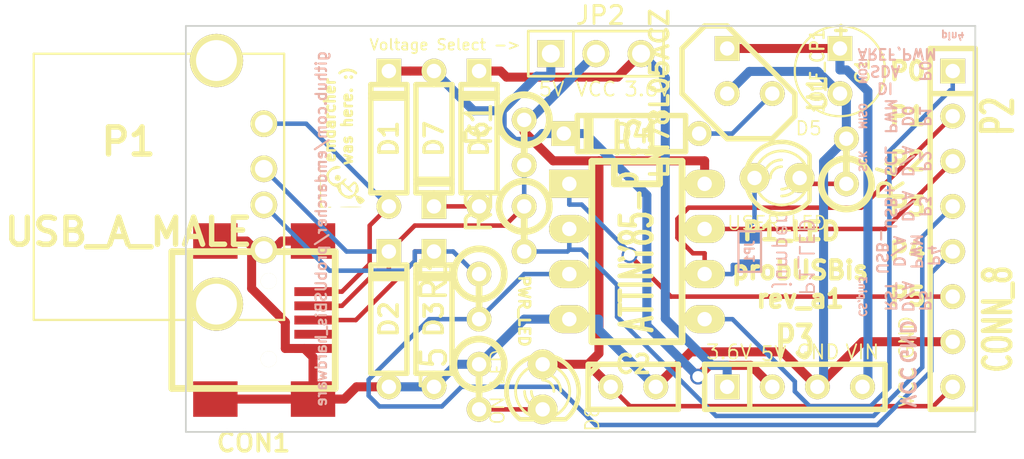
<source format=kicad_pcb>
(kicad_pcb (version 3) (host pcbnew "(2013-mar-13)-testing")

  (general
    (links 52)
    (no_connects 1)
    (area 93.306934 89.249956 152.40127 115.76478)
    (thickness 1.6)
    (drawings 40)
    (tracks 183)
    (zones 0)
    (modules 24)
    (nets 21)
  )

  (page A4)
  (layers
    (15 F.Cu signal)
    (0 B.Cu signal)
    (16 B.Adhes user)
    (17 F.Adhes user)
    (18 B.Paste user)
    (19 F.Paste user)
    (20 B.SilkS user)
    (21 F.SilkS user)
    (22 B.Mask user)
    (23 F.Mask user)
    (24 Dwgs.User user)
    (25 Cmts.User user)
    (26 Eco1.User user)
    (27 Eco2.User user)
    (28 Edge.Cuts user)
  )

  (setup
    (last_trace_width 0.254)
    (trace_clearance 0.254)
    (zone_clearance 0.508)
    (zone_45_only no)
    (trace_min 0.254)
    (segment_width 0.2)
    (edge_width 0.1)
    (via_size 0.889)
    (via_drill 0.635)
    (via_min_size 0.889)
    (via_min_drill 0.508)
    (uvia_size 0.508)
    (uvia_drill 0.127)
    (uvias_allowed no)
    (uvia_min_size 0.508)
    (uvia_min_drill 0.127)
    (pcb_text_width 0.3)
    (pcb_text_size 1.5 1.5)
    (mod_edge_width 0.15)
    (mod_text_size 1 1)
    (mod_text_width 0.15)
    (pad_size 1.5 1.5)
    (pad_drill 0.6)
    (pad_to_mask_clearance 0)
    (aux_axis_origin 0 0)
    (visible_elements FFFFFF7F)
    (pcbplotparams
      (layerselection 3178497)
      (usegerberextensions true)
      (excludeedgelayer true)
      (linewidth 0.150000)
      (plotframeref false)
      (viasonmask false)
      (mode 1)
      (useauxorigin false)
      (hpglpennumber 1)
      (hpglpenspeed 20)
      (hpglpendiameter 15)
      (hpglpenoverlay 2)
      (psnegative false)
      (psa4output false)
      (plotreference true)
      (plotvalue true)
      (plotothertext true)
      (plotinvisibletext false)
      (padsonsilk false)
      (subtractmaskfromsilk false)
      (outputformat 1)
      (mirror false)
      (drillshape 1)
      (scaleselection 1)
      (outputdirectory ""))
  )

  (net 0 "")
  (net 1 +3.3V)
  (net 2 +5V)
  (net 3 GND)
  (net 4 N-0000010)
  (net 5 N-0000011)
  (net 6 N-0000014)
  (net 7 N-0000015)
  (net 8 N-0000016)
  (net 9 N-0000017)
  (net 10 N-0000018)
  (net 11 N-0000019)
  (net 12 N-000002)
  (net 13 N-0000020)
  (net 14 N-000005)
  (net 15 N-000006)
  (net 16 N-000007)
  (net 17 N-000008)
  (net 18 N-000009)
  (net 19 VCC)
  (net 20 VIN)

  (net_class Default "This is the default net class."
    (clearance 0.254)
    (trace_width 0.254)
    (via_dia 0.889)
    (via_drill 0.635)
    (uvia_dia 0.508)
    (uvia_drill 0.127)
    (add_net "")
    (add_net +3.3V)
    (add_net +5V)
    (add_net GND)
    (add_net N-0000010)
    (add_net N-0000011)
    (add_net N-0000014)
    (add_net N-0000015)
    (add_net N-0000016)
    (add_net N-0000017)
    (add_net N-0000018)
    (add_net N-0000019)
    (add_net N-000002)
    (add_net N-0000020)
    (add_net N-000005)
    (add_net N-000006)
    (add_net N-000007)
    (add_net N-000008)
    (add_net N-000009)
    (add_net VCC)
    (add_net VIN)
  )

  (module C1V5 (layer F.Cu) (tedit 3E070CF4) (tstamp 5408E2DD)
    (at 142.24 93.98 270)
    (descr "Condensateur e = 1 pas")
    (tags C)
    (path /54067E1E)
    (fp_text reference C1 (at 0 -1.26746 270) (layer F.SilkS)
      (effects (font (size 0.762 0.762) (thickness 0.127)))
    )
    (fp_text value 10uF_CP1 (at 0 1.27 270) (layer F.SilkS)
      (effects (font (size 0.762 0.635) (thickness 0.127)))
    )
    (fp_text user + (at -2.286 0 270) (layer F.SilkS)
      (effects (font (size 0.762 0.762) (thickness 0.2032)))
    )
    (fp_circle (center 0 0) (end 0.127 -2.54) (layer F.SilkS) (width 0.127))
    (pad 1 thru_hole rect (at -1.27 0 270) (size 1.397 1.397) (drill 0.8128)
      (layers *.Cu *.Mask F.SilkS)
      (net 20 VIN)
    )
    (pad 2 thru_hole circle (at 1.27 0 270) (size 1.397 1.397) (drill 0.8128)
      (layers *.Cu *.Mask F.SilkS)
      (net 3 GND)
    )
    (model discret/c_vert_c1v5.wrl
      (at (xyz 0 0 0))
      (scale (xyz 1 1 1))
      (rotate (xyz 0 0 0))
    )
  )

  (module C1 (layer F.Cu) (tedit 5408E5D9) (tstamp 5408E2E8)
    (at 130.6 111.76)
    (descr "Condensateur e = 1 pas")
    (tags C)
    (path /54065627)
    (fp_text reference C2 (at 0 -1.27) (layer F.SilkS)
      (effects (font (size 1.016 1.016) (thickness 0.2032)))
    )
    (fp_text value 100nF_C (at 0 -2.286) (layer F.SilkS) hide
      (effects (font (size 1.016 1.016) (thickness 0.2032)))
    )
    (fp_line (start -2.4892 -1.27) (end 2.54 -1.27) (layer F.SilkS) (width 0.3048))
    (fp_line (start 2.54 -1.27) (end 2.54 1.27) (layer F.SilkS) (width 0.3048))
    (fp_line (start 2.54 1.27) (end -2.54 1.27) (layer F.SilkS) (width 0.3048))
    (fp_line (start -2.54 1.27) (end -2.54 -1.27) (layer F.SilkS) (width 0.3048))
    (fp_line (start -2.54 -0.635) (end -1.905 -1.27) (layer F.SilkS) (width 0.3048))
    (pad 1 thru_hole circle (at -1.27 0) (size 1.397 1.397) (drill 0.8128)
      (layers *.Cu *.Mask F.SilkS)
      (net 19 VCC)
    )
    (pad 2 thru_hole circle (at 1.27 0) (size 1.397 1.397) (drill 0.8128)
      (layers *.Cu *.Mask F.SilkS)
      (net 3 GND)
    )
    (model discret/capa_1_pas.wrl
      (at (xyz 0 0 0))
      (scale (xyz 1 1 1))
      (rotate (xyz 0 0 0))
    )
  )

  (module USB_MINI_B (layer F.Cu) (tedit 505F99F2) (tstamp 5408E2FC)
    (at 109.22 108)
    (descr "USB Mini-B 5-pin SMD connector")
    (tags "USB, Mini-B, connector")
    (path /540652B1)
    (fp_text reference CON1 (at 0 6.90118) (layer F.SilkS)
      (effects (font (size 1.016 1.016) (thickness 0.2032)))
    )
    (fp_text value USB-MINI-B (at 0 -7.0993) (layer F.SilkS) hide
      (effects (font (size 1.016 1.016) (thickness 0.2032)))
    )
    (fp_line (start -3.59918 -3.85064) (end -3.59918 3.85064) (layer F.SilkS) (width 0.381))
    (fp_line (start -4.59994 -3.85064) (end -4.59994 3.85064) (layer F.SilkS) (width 0.381))
    (fp_line (start -4.59994 3.85064) (end 4.59994 3.85064) (layer F.SilkS) (width 0.381))
    (fp_line (start 4.59994 3.85064) (end 4.59994 -3.85064) (layer F.SilkS) (width 0.381))
    (fp_line (start 4.59994 -3.85064) (end -4.59994 -3.85064) (layer F.SilkS) (width 0.381))
    (pad 1 smd rect (at 3.44932 -1.6002) (size 2.30124 0.50038)
      (layers F.Cu F.Paste F.Mask)
      (net 14 N-000005)
    )
    (pad 2 smd rect (at 3.44932 -0.8001) (size 2.30124 0.50038)
      (layers F.Cu F.Paste F.Mask)
      (net 11 N-0000019)
    )
    (pad 3 smd rect (at 3.44932 0) (size 2.30124 0.50038)
      (layers F.Cu F.Paste F.Mask)
      (net 9 N-0000017)
    )
    (pad 4 smd rect (at 3.44932 0.8001) (size 2.30124 0.50038)
      (layers F.Cu F.Paste F.Mask)
      (net 10 N-0000018)
    )
    (pad 5 smd rect (at 3.44932 1.6002) (size 2.30124 0.50038)
      (layers F.Cu F.Paste F.Mask)
      (net 3 GND)
    )
    (pad 6 smd rect (at 3.35026 -4.45008) (size 2.49936 1.99898)
      (layers F.Cu F.Paste F.Mask)
      (net 3 GND)
    )
    (pad 7 smd rect (at -2.14884 -4.45008) (size 2.49936 1.99898)
      (layers F.Cu F.Paste F.Mask)
      (net 3 GND)
    )
    (pad 8 smd rect (at 3.35026 4.45008) (size 2.49936 1.99898)
      (layers F.Cu F.Paste F.Mask)
      (net 3 GND)
    )
    (pad 9 smd rect (at -2.14884 4.45008) (size 2.49936 1.99898)
      (layers F.Cu F.Paste F.Mask)
      (net 3 GND)
    )
    (pad "" np_thru_hole circle (at 0.8509 -2.19964) (size 0.89916 0.89916) (drill 0.89916)
      (layers *.Cu *.Mask F.SilkS)
    )
    (pad 2 np_thru_hole circle (at 0.8509 2.19964) (size 0.89916 0.89916) (drill 0.89916)
      (layers *.Cu *.Mask F.SilkS)
      (net 11 N-0000019)
    )
  )

  (module D3 (layer F.Cu) (tedit 200000) (tstamp 5408E30C)
    (at 116.84 97.79 90)
    (descr "Diode 3 pas")
    (tags "DIODE DEV")
    (path /54066975)
    (fp_text reference D1 (at 0 0 90) (layer F.SilkS)
      (effects (font (size 1.016 1.016) (thickness 0.2032)))
    )
    (fp_text value Protect_DIODE (at 0 0 90) (layer F.SilkS) hide
      (effects (font (size 1.016 1.016) (thickness 0.2032)))
    )
    (fp_line (start 3.81 0) (end 3.048 0) (layer F.SilkS) (width 0.3048))
    (fp_line (start 3.048 0) (end 3.048 -1.016) (layer F.SilkS) (width 0.3048))
    (fp_line (start 3.048 -1.016) (end -3.048 -1.016) (layer F.SilkS) (width 0.3048))
    (fp_line (start -3.048 -1.016) (end -3.048 0) (layer F.SilkS) (width 0.3048))
    (fp_line (start -3.048 0) (end -3.81 0) (layer F.SilkS) (width 0.3048))
    (fp_line (start -3.048 0) (end -3.048 1.016) (layer F.SilkS) (width 0.3048))
    (fp_line (start -3.048 1.016) (end 3.048 1.016) (layer F.SilkS) (width 0.3048))
    (fp_line (start 3.048 1.016) (end 3.048 0) (layer F.SilkS) (width 0.3048))
    (fp_line (start 2.54 -1.016) (end 2.54 1.016) (layer F.SilkS) (width 0.3048))
    (fp_line (start 2.286 1.016) (end 2.286 -1.016) (layer F.SilkS) (width 0.3048))
    (pad 2 thru_hole rect (at 3.81 0 90) (size 1.397 1.397) (drill 0.8128)
      (layers *.Cu *.Mask F.SilkS)
      (net 2 +5V)
    )
    (pad 1 thru_hole circle (at -3.81 0 90) (size 1.397 1.397) (drill 0.8128)
      (layers *.Cu *.Mask F.SilkS)
      (net 14 N-000005)
    )
    (model discret/diode.wrl
      (at (xyz 0 0 0))
      (scale (xyz 0.3 0.3 0.3))
      (rotate (xyz 0 0 0))
    )
  )

  (module D3 (layer F.Cu) (tedit 200000) (tstamp 5408E31C)
    (at 116.84 107.95 90)
    (descr "Diode 3 pas")
    (tags "DIODE DEV")
    (path /54065093)
    (fp_text reference D2 (at 0 0 90) (layer F.SilkS)
      (effects (font (size 1.016 1.016) (thickness 0.2032)))
    )
    (fp_text value 3.6V_ZENER (at 0 0 90) (layer F.SilkS) hide
      (effects (font (size 1.016 1.016) (thickness 0.2032)))
    )
    (fp_line (start 3.81 0) (end 3.048 0) (layer F.SilkS) (width 0.3048))
    (fp_line (start 3.048 0) (end 3.048 -1.016) (layer F.SilkS) (width 0.3048))
    (fp_line (start 3.048 -1.016) (end -3.048 -1.016) (layer F.SilkS) (width 0.3048))
    (fp_line (start -3.048 -1.016) (end -3.048 0) (layer F.SilkS) (width 0.3048))
    (fp_line (start -3.048 0) (end -3.81 0) (layer F.SilkS) (width 0.3048))
    (fp_line (start -3.048 0) (end -3.048 1.016) (layer F.SilkS) (width 0.3048))
    (fp_line (start -3.048 1.016) (end 3.048 1.016) (layer F.SilkS) (width 0.3048))
    (fp_line (start 3.048 1.016) (end 3.048 0) (layer F.SilkS) (width 0.3048))
    (fp_line (start 2.54 -1.016) (end 2.54 1.016) (layer F.SilkS) (width 0.3048))
    (fp_line (start 2.286 1.016) (end 2.286 -1.016) (layer F.SilkS) (width 0.3048))
    (pad 2 thru_hole rect (at 3.81 0 90) (size 1.397 1.397) (drill 0.8128)
      (layers *.Cu *.Mask F.SilkS)
      (net 11 N-0000019)
    )
    (pad 1 thru_hole circle (at -3.81 0 90) (size 1.397 1.397) (drill 0.8128)
      (layers *.Cu *.Mask F.SilkS)
      (net 3 GND)
    )
    (model discret/diode.wrl
      (at (xyz 0 0 0))
      (scale (xyz 0.3 0.3 0.3))
      (rotate (xyz 0 0 0))
    )
  )

  (module D3 (layer F.Cu) (tedit 200000) (tstamp 5408E32C)
    (at 119.38 107.95 90)
    (descr "Diode 3 pas")
    (tags "DIODE DEV")
    (path /540650A2)
    (fp_text reference D3 (at 0 0 90) (layer F.SilkS)
      (effects (font (size 1.016 1.016) (thickness 0.2032)))
    )
    (fp_text value 3.6V_ZENER (at 0 0 90) (layer F.SilkS) hide
      (effects (font (size 1.016 1.016) (thickness 0.2032)))
    )
    (fp_line (start 3.81 0) (end 3.048 0) (layer F.SilkS) (width 0.3048))
    (fp_line (start 3.048 0) (end 3.048 -1.016) (layer F.SilkS) (width 0.3048))
    (fp_line (start 3.048 -1.016) (end -3.048 -1.016) (layer F.SilkS) (width 0.3048))
    (fp_line (start -3.048 -1.016) (end -3.048 0) (layer F.SilkS) (width 0.3048))
    (fp_line (start -3.048 0) (end -3.81 0) (layer F.SilkS) (width 0.3048))
    (fp_line (start -3.048 0) (end -3.048 1.016) (layer F.SilkS) (width 0.3048))
    (fp_line (start -3.048 1.016) (end 3.048 1.016) (layer F.SilkS) (width 0.3048))
    (fp_line (start 3.048 1.016) (end 3.048 0) (layer F.SilkS) (width 0.3048))
    (fp_line (start 2.54 -1.016) (end 2.54 1.016) (layer F.SilkS) (width 0.3048))
    (fp_line (start 2.286 1.016) (end 2.286 -1.016) (layer F.SilkS) (width 0.3048))
    (pad 2 thru_hole rect (at 3.81 0 90) (size 1.397 1.397) (drill 0.8128)
      (layers *.Cu *.Mask F.SilkS)
      (net 9 N-0000017)
    )
    (pad 1 thru_hole circle (at -3.81 0 90) (size 1.397 1.397) (drill 0.8128)
      (layers *.Cu *.Mask F.SilkS)
      (net 3 GND)
    )
    (model discret/diode.wrl
      (at (xyz 0 0 0))
      (scale (xyz 0.3 0.3 0.3))
      (rotate (xyz 0 0 0))
    )
  )

  (module D3 (layer F.Cu) (tedit 54094010) (tstamp 5408E33C)
    (at 130.5 97.5 180)
    (descr "Diode 3 pas")
    (tags "DIODE DEV")
    (path /5406479C)
    (fp_text reference D4 (at 0 0 180) (layer F.SilkS)
      (effects (font (size 1.016 1.016) (thickness 0.2032)))
    )
    (fp_text value DIODE (at 0 0 180) (layer F.SilkS) hide
      (effects (font (size 1.016 1.016) (thickness 0.2032)))
    )
    (fp_line (start 3.81 0) (end 3.048 0) (layer F.SilkS) (width 0.3048))
    (fp_line (start 3.048 0) (end 3.048 -1.016) (layer F.SilkS) (width 0.3048))
    (fp_line (start 3.048 -1.016) (end -3.048 -1.016) (layer F.SilkS) (width 0.3048))
    (fp_line (start -3.048 -1.016) (end -3.048 0) (layer F.SilkS) (width 0.3048))
    (fp_line (start -3.048 0) (end -3.81 0) (layer F.SilkS) (width 0.3048))
    (fp_line (start -3.048 0) (end -3.048 1.016) (layer F.SilkS) (width 0.3048))
    (fp_line (start -3.048 1.016) (end 3.048 1.016) (layer F.SilkS) (width 0.3048))
    (fp_line (start 3.048 1.016) (end 3.048 0) (layer F.SilkS) (width 0.3048))
    (fp_line (start 2.54 -1.016) (end 2.54 1.016) (layer F.SilkS) (width 0.3048))
    (fp_line (start 2.286 1.016) (end 2.286 -1.016) (layer F.SilkS) (width 0.3048))
    (pad 2 thru_hole rect (at 3.81 0 180) (size 1.397 1.397) (drill 0.8128)
      (layers *.Cu *.Mask F.SilkS)
      (net 2 +5V)
    )
    (pad 1 thru_hole circle (at -3.81 0 180) (size 1.397 1.397) (drill 0.8128)
      (layers *.Cu *.Mask F.SilkS)
      (net 8 N-0000016)
    )
    (model discret/diode.wrl
      (at (xyz 0 0 0))
      (scale (xyz 0.3 0.3 0.3))
      (rotate (xyz 0 0 0))
    )
  )

  (module LED-3MM (layer F.Cu) (tedit 50ADE848) (tstamp 5408E355)
    (at 138.7 100)
    (descr "LED 3mm - Lead pitch 100mil (2,54mm)")
    (tags "LED led 3mm 3MM 100mil 2,54mm")
    (path /54067702)
    (fp_text reference D5 (at 1.778 -2.794) (layer F.SilkS)
      (effects (font (size 0.762 0.762) (thickness 0.0889)))
    )
    (fp_text value USER_LED (at 0 2.54) (layer F.SilkS)
      (effects (font (size 0.762 0.762) (thickness 0.0889)))
    )
    (fp_line (start 1.8288 1.27) (end 1.8288 -1.27) (layer F.SilkS) (width 0.254))
    (fp_arc (start 0.254 0) (end -1.27 0) (angle 39.8) (layer F.SilkS) (width 0.1524))
    (fp_arc (start 0.254 0) (end -0.88392 1.01092) (angle 41.6) (layer F.SilkS) (width 0.1524))
    (fp_arc (start 0.254 0) (end 1.4097 -0.9906) (angle 40.6) (layer F.SilkS) (width 0.1524))
    (fp_arc (start 0.254 0) (end 1.778 0) (angle 39.8) (layer F.SilkS) (width 0.1524))
    (fp_arc (start 0.254 0) (end 0.254 -1.524) (angle 54.4) (layer F.SilkS) (width 0.1524))
    (fp_arc (start 0.254 0) (end -0.9652 -0.9144) (angle 53.1) (layer F.SilkS) (width 0.1524))
    (fp_arc (start 0.254 0) (end 1.45542 0.93472) (angle 52.1) (layer F.SilkS) (width 0.1524))
    (fp_arc (start 0.254 0) (end 0.254 1.524) (angle 52.1) (layer F.SilkS) (width 0.1524))
    (fp_arc (start 0.254 0) (end -0.381 0) (angle 90) (layer F.SilkS) (width 0.1524))
    (fp_arc (start 0.254 0) (end -0.762 0) (angle 90) (layer F.SilkS) (width 0.1524))
    (fp_arc (start 0.254 0) (end 0.889 0) (angle 90) (layer F.SilkS) (width 0.1524))
    (fp_arc (start 0.254 0) (end 1.27 0) (angle 90) (layer F.SilkS) (width 0.1524))
    (fp_arc (start 0.254 0) (end 0.254 -2.032) (angle 50.1) (layer F.SilkS) (width 0.254))
    (fp_arc (start 0.254 0) (end -1.5367 -0.95504) (angle 61.9) (layer F.SilkS) (width 0.254))
    (fp_arc (start 0.254 0) (end 1.8034 1.31064) (angle 49.7) (layer F.SilkS) (width 0.254))
    (fp_arc (start 0.254 0) (end 0.254 2.032) (angle 60.2) (layer F.SilkS) (width 0.254))
    (fp_arc (start 0.254 0) (end -1.778 0) (angle 28.3) (layer F.SilkS) (width 0.254))
    (fp_arc (start 0.254 0) (end -1.47574 1.06426) (angle 31.6) (layer F.SilkS) (width 0.254))
    (pad 1 thru_hole circle (at -1.27 0) (size 1.6764 1.6764) (drill 0.8128)
      (layers *.Cu *.Mask F.SilkS)
      (net 4 N-0000010)
    )
    (pad 2 thru_hole circle (at 1.27 0) (size 1.6764 1.6764) (drill 0.8128)
      (layers *.Cu *.Mask F.SilkS)
      (net 5 N-0000011)
    )
    (model discret/leds/led3_vertical_verde.wrl
      (at (xyz 0 0 0))
      (scale (xyz 1 1 1))
      (rotate (xyz 0 0 0))
    )
  )

  (module D3 (layer F.Cu) (tedit 200000) (tstamp 5408E365)
    (at 121.92 97.79 90)
    (descr "Diode 3 pas")
    (tags "DIODE DEV")
    (path /54065142)
    (fp_text reference D6 (at 0 0 90) (layer F.SilkS)
      (effects (font (size 1.016 1.016) (thickness 0.2032)))
    )
    (fp_text value Si_DIODE (at 0 0 90) (layer F.SilkS) hide
      (effects (font (size 1.016 1.016) (thickness 0.2032)))
    )
    (fp_line (start 3.81 0) (end 3.048 0) (layer F.SilkS) (width 0.3048))
    (fp_line (start 3.048 0) (end 3.048 -1.016) (layer F.SilkS) (width 0.3048))
    (fp_line (start 3.048 -1.016) (end -3.048 -1.016) (layer F.SilkS) (width 0.3048))
    (fp_line (start -3.048 -1.016) (end -3.048 0) (layer F.SilkS) (width 0.3048))
    (fp_line (start -3.048 0) (end -3.81 0) (layer F.SilkS) (width 0.3048))
    (fp_line (start -3.048 0) (end -3.048 1.016) (layer F.SilkS) (width 0.3048))
    (fp_line (start -3.048 1.016) (end 3.048 1.016) (layer F.SilkS) (width 0.3048))
    (fp_line (start 3.048 1.016) (end 3.048 0) (layer F.SilkS) (width 0.3048))
    (fp_line (start 2.54 -1.016) (end 2.54 1.016) (layer F.SilkS) (width 0.3048))
    (fp_line (start 2.286 1.016) (end 2.286 -1.016) (layer F.SilkS) (width 0.3048))
    (pad 2 thru_hole rect (at 3.81 0 90) (size 1.397 1.397) (drill 0.8128)
      (layers *.Cu *.Mask F.SilkS)
      (net 1 +3.3V)
    )
    (pad 1 thru_hole circle (at -3.81 0 90) (size 1.397 1.397) (drill 0.8128)
      (layers *.Cu *.Mask F.SilkS)
      (net 6 N-0000014)
    )
    (model discret/diode.wrl
      (at (xyz 0 0 0))
      (scale (xyz 0.3 0.3 0.3))
      (rotate (xyz 0 0 0))
    )
  )

  (module D3 (layer F.Cu) (tedit 200000) (tstamp 5408E375)
    (at 119.38 97.79 270)
    (descr "Diode 3 pas")
    (tags "DIODE DEV")
    (path /54065151)
    (fp_text reference D7 (at 0 0 270) (layer F.SilkS)
      (effects (font (size 1.016 1.016) (thickness 0.2032)))
    )
    (fp_text value Si_DIODE (at 0 0 270) (layer F.SilkS) hide
      (effects (font (size 1.016 1.016) (thickness 0.2032)))
    )
    (fp_line (start 3.81 0) (end 3.048 0) (layer F.SilkS) (width 0.3048))
    (fp_line (start 3.048 0) (end 3.048 -1.016) (layer F.SilkS) (width 0.3048))
    (fp_line (start 3.048 -1.016) (end -3.048 -1.016) (layer F.SilkS) (width 0.3048))
    (fp_line (start -3.048 -1.016) (end -3.048 0) (layer F.SilkS) (width 0.3048))
    (fp_line (start -3.048 0) (end -3.81 0) (layer F.SilkS) (width 0.3048))
    (fp_line (start -3.048 0) (end -3.048 1.016) (layer F.SilkS) (width 0.3048))
    (fp_line (start -3.048 1.016) (end 3.048 1.016) (layer F.SilkS) (width 0.3048))
    (fp_line (start 3.048 1.016) (end 3.048 0) (layer F.SilkS) (width 0.3048))
    (fp_line (start 2.54 -1.016) (end 2.54 1.016) (layer F.SilkS) (width 0.3048))
    (fp_line (start 2.286 1.016) (end 2.286 -1.016) (layer F.SilkS) (width 0.3048))
    (pad 2 thru_hole rect (at 3.81 0 270) (size 1.397 1.397) (drill 0.8128)
      (layers *.Cu *.Mask F.SilkS)
      (net 6 N-0000014)
    )
    (pad 1 thru_hole circle (at -3.81 0 270) (size 1.397 1.397) (drill 0.8128)
      (layers *.Cu *.Mask F.SilkS)
      (net 2 +5V)
    )
    (model discret/diode.wrl
      (at (xyz 0 0 0))
      (scale (xyz 0.3 0.3 0.3))
      (rotate (xyz 0 0 0))
    )
  )

  (module LED-3MM (layer F.Cu) (tedit 50ADE848) (tstamp 5408E38E)
    (at 125.5 111.76 270)
    (descr "LED 3mm - Lead pitch 100mil (2,54mm)")
    (tags "LED led 3mm 3MM 100mil 2,54mm")
    (path /54067C92)
    (fp_text reference D8 (at 1.778 -2.794 270) (layer F.SilkS)
      (effects (font (size 0.762 0.762) (thickness 0.0889)))
    )
    (fp_text value ON_LED (at 0 2.54 270) (layer F.SilkS)
      (effects (font (size 0.762 0.762) (thickness 0.0889)))
    )
    (fp_line (start 1.8288 1.27) (end 1.8288 -1.27) (layer F.SilkS) (width 0.254))
    (fp_arc (start 0.254 0) (end -1.27 0) (angle 39.8) (layer F.SilkS) (width 0.1524))
    (fp_arc (start 0.254 0) (end -0.88392 1.01092) (angle 41.6) (layer F.SilkS) (width 0.1524))
    (fp_arc (start 0.254 0) (end 1.4097 -0.9906) (angle 40.6) (layer F.SilkS) (width 0.1524))
    (fp_arc (start 0.254 0) (end 1.778 0) (angle 39.8) (layer F.SilkS) (width 0.1524))
    (fp_arc (start 0.254 0) (end 0.254 -1.524) (angle 54.4) (layer F.SilkS) (width 0.1524))
    (fp_arc (start 0.254 0) (end -0.9652 -0.9144) (angle 53.1) (layer F.SilkS) (width 0.1524))
    (fp_arc (start 0.254 0) (end 1.45542 0.93472) (angle 52.1) (layer F.SilkS) (width 0.1524))
    (fp_arc (start 0.254 0) (end 0.254 1.524) (angle 52.1) (layer F.SilkS) (width 0.1524))
    (fp_arc (start 0.254 0) (end -0.381 0) (angle 90) (layer F.SilkS) (width 0.1524))
    (fp_arc (start 0.254 0) (end -0.762 0) (angle 90) (layer F.SilkS) (width 0.1524))
    (fp_arc (start 0.254 0) (end 0.889 0) (angle 90) (layer F.SilkS) (width 0.1524))
    (fp_arc (start 0.254 0) (end 1.27 0) (angle 90) (layer F.SilkS) (width 0.1524))
    (fp_arc (start 0.254 0) (end 0.254 -2.032) (angle 50.1) (layer F.SilkS) (width 0.254))
    (fp_arc (start 0.254 0) (end -1.5367 -0.95504) (angle 61.9) (layer F.SilkS) (width 0.254))
    (fp_arc (start 0.254 0) (end 1.8034 1.31064) (angle 49.7) (layer F.SilkS) (width 0.254))
    (fp_arc (start 0.254 0) (end 0.254 2.032) (angle 60.2) (layer F.SilkS) (width 0.254))
    (fp_arc (start 0.254 0) (end -1.778 0) (angle 28.3) (layer F.SilkS) (width 0.254))
    (fp_arc (start 0.254 0) (end -1.47574 1.06426) (angle 31.6) (layer F.SilkS) (width 0.254))
    (pad 1 thru_hole circle (at -1.27 0 270) (size 1.6764 1.6764) (drill 0.8128)
      (layers *.Cu *.Mask F.SilkS)
      (net 19 VCC)
    )
    (pad 2 thru_hole circle (at 1.27 0 270) (size 1.6764 1.6764) (drill 0.8128)
      (layers *.Cu *.Mask F.SilkS)
      (net 18 N-000009)
    )
    (model discret/leds/led3_vertical_verde.wrl
      (at (xyz 0 0 0))
      (scale (xyz 1 1 1))
      (rotate (xyz 0 0 0))
    )
  )

  (module DIP-8__300_ELL (layer F.Cu) (tedit 5408E3A2) (tstamp 5408E3A1)
    (at 130.81 104.14 270)
    (descr "8 pins DIL package, elliptical pads")
    (tags DIL)
    (path /5406436D)
    (fp_text reference IC1 (at -6.35 0 360) (layer F.SilkS)
      (effects (font (size 1.778 1.143) (thickness 0.3048)))
    )
    (fp_text value ATTINY85-P (at 0 0 270) (layer F.SilkS)
      (effects (font (size 1.778 1.016) (thickness 0.3048)))
    )
    (fp_line (start -5.08 -1.27) (end -3.81 -1.27) (layer F.SilkS) (width 0.381))
    (fp_line (start -3.81 -1.27) (end -3.81 1.27) (layer F.SilkS) (width 0.381))
    (fp_line (start -3.81 1.27) (end -5.08 1.27) (layer F.SilkS) (width 0.381))
    (fp_line (start -5.08 -2.54) (end 5.08 -2.54) (layer F.SilkS) (width 0.381))
    (fp_line (start 5.08 -2.54) (end 5.08 2.54) (layer F.SilkS) (width 0.381))
    (fp_line (start 5.08 2.54) (end -5.08 2.54) (layer F.SilkS) (width 0.381))
    (fp_line (start -5.08 2.54) (end -5.08 -2.54) (layer F.SilkS) (width 0.381))
    (pad 1 thru_hole rect (at -3.81 3.81 270) (size 1.5748 2.286) (drill 0.8128)
      (layers *.Cu *.Mask F.SilkS)
      (net 12 N-000002)
    )
    (pad 2 thru_hole oval (at -1.27 3.81 270) (size 1.5748 2.286) (drill 0.8128)
      (layers *.Cu *.Mask F.SilkS)
      (net 13 N-0000020)
    )
    (pad 3 thru_hole oval (at 1.27 3.81 270) (size 1.5748 2.286) (drill 0.8128)
      (layers *.Cu *.Mask F.SilkS)
      (net 7 N-0000015)
    )
    (pad 4 thru_hole oval (at 3.81 3.81 270) (size 1.5748 2.286) (drill 0.8128)
      (layers *.Cu *.Mask F.SilkS)
      (net 3 GND)
    )
    (pad 5 thru_hole oval (at 3.81 -3.81 270) (size 1.5748 2.286) (drill 0.8128)
      (layers *.Cu *.Mask F.SilkS)
      (net 15 N-000006)
    )
    (pad 6 thru_hole oval (at 1.27 -3.81 270) (size 1.5748 2.286) (drill 0.8128)
      (layers *.Cu *.Mask F.SilkS)
      (net 16 N-000007)
    )
    (pad 7 thru_hole oval (at -1.27 -3.81 270) (size 1.5748 2.286) (drill 0.8128)
      (layers *.Cu *.Mask F.SilkS)
      (net 17 N-000008)
    )
    (pad 8 thru_hole oval (at -3.81 -3.81 270) (size 1.5748 2.286) (drill 0.8128)
      (layers *.Cu *.Mask F.SilkS)
      (net 19 VCC)
    )
    (model dil/dil_8.wrl
      (at (xyz 0 0 0))
      (scale (xyz 1 1 1))
      (rotate (xyz 0 0 0))
    )
  )

  (module PIN_ARRAY_3X1 (layer F.Cu) (tedit 4C1130E0) (tstamp 5408E3B7)
    (at 128.5 93)
    (descr "Connecteur 3 pins")
    (tags "CONN DEV")
    (path /54064EE5)
    (fp_text reference JP2 (at 0.254 -2.159) (layer F.SilkS)
      (effects (font (size 1.016 1.016) (thickness 0.1524)))
    )
    (fp_text value JUMPER3 (at 0 -2.159) (layer F.SilkS) hide
      (effects (font (size 1.016 1.016) (thickness 0.1524)))
    )
    (fp_line (start -3.81 1.27) (end -3.81 -1.27) (layer F.SilkS) (width 0.1524))
    (fp_line (start -3.81 -1.27) (end 3.81 -1.27) (layer F.SilkS) (width 0.1524))
    (fp_line (start 3.81 -1.27) (end 3.81 1.27) (layer F.SilkS) (width 0.1524))
    (fp_line (start 3.81 1.27) (end -3.81 1.27) (layer F.SilkS) (width 0.1524))
    (fp_line (start -1.27 -1.27) (end -1.27 1.27) (layer F.SilkS) (width 0.1524))
    (pad 1 thru_hole rect (at -2.54 0) (size 1.524 1.524) (drill 1.016)
      (layers *.Cu *.Mask F.SilkS)
      (net 2 +5V)
    )
    (pad 2 thru_hole circle (at 0 0) (size 1.524 1.524) (drill 1.016)
      (layers *.Cu *.Mask F.SilkS)
      (net 19 VCC)
    )
    (pad 3 thru_hole circle (at 2.54 0) (size 1.524 1.524) (drill 1.016)
      (layers *.Cu *.Mask F.SilkS)
      (net 1 +3.3V)
    )
    (model pin_array/pins_array_3x1.wrl
      (at (xyz 0 0 0))
      (scale (xyz 1 1 1))
      (rotate (xyz 0 0 0))
    )
  )

  (module USB_A (layer F.Cu) (tedit 48A934F2) (tstamp 5408E3C5)
    (at 109.8 100.5 180)
    (path /5406575D)
    (fp_text reference P1 (at 7.62 2.54 180) (layer F.SilkS)
      (effects (font (thickness 0.3048)))
    )
    (fp_text value USB_A_MALE (at 7.62 -2.54 180) (layer F.SilkS)
      (effects (font (thickness 0.3048)))
    )
    (fp_line (start -1.143 -7.493) (end 12.954 -7.493) (layer F.SilkS) (width 0.127))
    (fp_line (start 12.954 7.493) (end -1.143 7.493) (layer F.SilkS) (width 0.127))
    (fp_line (start -1.143 -7.493) (end -1.143 7.493) (layer F.SilkS) (width 0.127))
    (fp_line (start 12.954 -7.493) (end 12.954 7.493) (layer F.SilkS) (width 0.127))
    (pad 4 thru_hole circle (at 0 -3.556 180) (size 1.50114 1.50114) (drill 1.00076)
      (layers *.Cu *.Mask F.SilkS)
      (net 3 GND)
    )
    (pad 3 thru_hole circle (at 0 -1.016 180) (size 1.50114 1.50114) (drill 1.00076)
      (layers *.Cu *.Mask F.SilkS)
      (net 9 N-0000017)
    )
    (pad 2 thru_hole circle (at 0 1.016 180) (size 1.50114 1.50114) (drill 1.00076)
      (layers *.Cu *.Mask F.SilkS)
      (net 11 N-0000019)
    )
    (pad 1 thru_hole circle (at 0 3.556 180) (size 1.50114 1.50114) (drill 1.00076)
      (layers *.Cu *.Mask F.SilkS)
      (net 14 N-000005)
    )
    (pad 5 thru_hole circle (at 2.667 -6.604 180) (size 2.99974 2.99974) (drill 2.30124)
      (layers *.Cu *.Mask F.SilkS)
    )
    (pad 6 thru_hole circle (at 2.667 7.112 180) (size 2.99974 2.99974) (drill 2.30124)
      (layers *.Cu *.Mask F.SilkS)
    )
    (model connectors/usb_a_through_hole.wrl
      (at (xyz 0 0 0))
      (scale (xyz 1 1 1))
      (rotate (xyz 0 0 0))
    )
  )

  (module SIL-8 (layer F.Cu) (tedit 200000) (tstamp 5408E3D6)
    (at 148.59 102.87 270)
    (descr "Connecteur 8 pins")
    (tags "CONN DEV")
    (path /54067469)
    (fp_text reference P2 (at -6.35 -2.54 270) (layer F.SilkS)
      (effects (font (size 1.72974 1.08712) (thickness 0.3048)))
    )
    (fp_text value CONN_8 (at 5.08 -2.54 270) (layer F.SilkS)
      (effects (font (size 1.524 1.016) (thickness 0.3048)))
    )
    (fp_line (start -10.16 -1.27) (end 10.16 -1.27) (layer F.SilkS) (width 0.3048))
    (fp_line (start 10.16 -1.27) (end 10.16 1.27) (layer F.SilkS) (width 0.3048))
    (fp_line (start 10.16 1.27) (end -10.16 1.27) (layer F.SilkS) (width 0.3048))
    (fp_line (start -10.16 1.27) (end -10.16 -1.27) (layer F.SilkS) (width 0.3048))
    (fp_line (start -7.62 1.27) (end -7.62 -1.27) (layer F.SilkS) (width 0.3048))
    (pad 1 thru_hole rect (at -8.89 0 270) (size 1.397 1.397) (drill 0.8128)
      (layers *.Cu *.Mask F.SilkS)
      (net 15 N-000006)
    )
    (pad 2 thru_hole circle (at -6.35 0 270) (size 1.397 1.397) (drill 0.8128)
      (layers *.Cu *.Mask F.SilkS)
      (net 16 N-000007)
    )
    (pad 3 thru_hole circle (at -3.81 0 270) (size 1.397 1.397) (drill 0.8128)
      (layers *.Cu *.Mask F.SilkS)
      (net 17 N-000008)
    )
    (pad 4 thru_hole circle (at -1.27 0 270) (size 1.397 1.397) (drill 0.8128)
      (layers *.Cu *.Mask F.SilkS)
      (net 13 N-0000020)
    )
    (pad 5 thru_hole circle (at 1.27 0 270) (size 1.397 1.397) (drill 0.8128)
      (layers *.Cu *.Mask F.SilkS)
      (net 7 N-0000015)
    )
    (pad 6 thru_hole circle (at 3.81 0 270) (size 1.397 1.397) (drill 0.8128)
      (layers *.Cu *.Mask F.SilkS)
      (net 12 N-000002)
    )
    (pad 7 thru_hole circle (at 6.35 0 270) (size 1.397 1.397) (drill 0.8128)
      (layers *.Cu *.Mask F.SilkS)
      (net 3 GND)
    )
    (pad 8 thru_hole circle (at 8.89 0 270) (size 1.397 1.397) (drill 0.8128)
      (layers *.Cu *.Mask F.SilkS)
      (net 19 VCC)
    )
  )

  (module SIL-4 (layer F.Cu) (tedit 200000) (tstamp 5408E3E5)
    (at 139.7 111.76)
    (descr "Connecteur 4 pibs")
    (tags "CONN DEV")
    (path /54067AAD)
    (fp_text reference P3 (at 0 -2.54) (layer F.SilkS)
      (effects (font (size 1.73482 1.08712) (thickness 0.3048)))
    )
    (fp_text value CONN_4 (at 0 -2.54) (layer F.SilkS) hide
      (effects (font (size 1.524 1.016) (thickness 0.3048)))
    )
    (fp_line (start -5.08 -1.27) (end -5.08 -1.27) (layer F.SilkS) (width 0.3048))
    (fp_line (start -5.08 1.27) (end -5.08 -1.27) (layer F.SilkS) (width 0.3048))
    (fp_line (start -5.08 -1.27) (end -5.08 -1.27) (layer F.SilkS) (width 0.3048))
    (fp_line (start -5.08 -1.27) (end 5.08 -1.27) (layer F.SilkS) (width 0.3048))
    (fp_line (start 5.08 -1.27) (end 5.08 1.27) (layer F.SilkS) (width 0.3048))
    (fp_line (start 5.08 1.27) (end -5.08 1.27) (layer F.SilkS) (width 0.3048))
    (fp_line (start -2.54 1.27) (end -2.54 -1.27) (layer F.SilkS) (width 0.3048))
    (pad 1 thru_hole rect (at -3.81 0) (size 1.397 1.397) (drill 0.8128)
      (layers *.Cu *.Mask F.SilkS)
      (net 1 +3.3V)
    )
    (pad 2 thru_hole circle (at -1.27 0) (size 1.397 1.397) (drill 0.8128)
      (layers *.Cu *.Mask F.SilkS)
      (net 2 +5V)
    )
    (pad 3 thru_hole circle (at 1.27 0) (size 1.397 1.397) (drill 0.8128)
      (layers *.Cu *.Mask F.SilkS)
      (net 3 GND)
    )
    (pad 4 thru_hole circle (at 3.81 0) (size 1.397 1.397) (drill 0.8128)
      (layers *.Cu *.Mask F.SilkS)
      (net 20 VIN)
    )
  )

  (module R1 (layer F.Cu) (tedit 200000) (tstamp 5408E3ED)
    (at 124.46 98 270)
    (descr "Resistance verticale")
    (tags R)
    (path /540654DB)
    (autoplace_cost90 10)
    (autoplace_cost180 10)
    (fp_text reference R1 (at -1.016 2.54 270) (layer F.SilkS)
      (effects (font (size 1.397 1.27) (thickness 0.2032)))
    )
    (fp_text value 1.5K_R (at -1.143 2.54 270) (layer F.SilkS) hide
      (effects (font (size 1.397 1.27) (thickness 0.2032)))
    )
    (fp_line (start -1.27 0) (end 1.27 0) (layer F.SilkS) (width 0.381))
    (fp_circle (center -1.27 0) (end -0.635 1.27) (layer F.SilkS) (width 0.381))
    (pad 1 thru_hole circle (at -1.27 0 270) (size 1.397 1.397) (drill 0.8128)
      (layers *.Cu *.Mask F.SilkS)
      (net 19 VCC)
    )
    (pad 2 thru_hole circle (at 1.27 0 270) (size 1.397 1.397) (drill 0.8128)
      (layers *.Cu *.Mask F.SilkS)
      (net 11 N-0000019)
    )
    (model discret/verti_resistor.wrl
      (at (xyz 0 0 0))
      (scale (xyz 1 1 1))
      (rotate (xyz 0 0 0))
    )
  )

  (module R1 (layer F.Cu) (tedit 200000) (tstamp 5408E3F5)
    (at 124.46 102.87 270)
    (descr "Resistance verticale")
    (tags R)
    (path /540652D7)
    (autoplace_cost90 10)
    (autoplace_cost180 10)
    (fp_text reference R2 (at -1.016 2.54 270) (layer F.SilkS)
      (effects (font (size 1.397 1.27) (thickness 0.2032)))
    )
    (fp_text value 68R (at -1.143 2.54 270) (layer F.SilkS) hide
      (effects (font (size 1.397 1.27) (thickness 0.2032)))
    )
    (fp_line (start -1.27 0) (end 1.27 0) (layer F.SilkS) (width 0.381))
    (fp_circle (center -1.27 0) (end -0.635 1.27) (layer F.SilkS) (width 0.381))
    (pad 1 thru_hole circle (at -1.27 0 270) (size 1.397 1.397) (drill 0.8128)
      (layers *.Cu *.Mask F.SilkS)
      (net 11 N-0000019)
    )
    (pad 2 thru_hole circle (at 1.27 0 270) (size 1.397 1.397) (drill 0.8128)
      (layers *.Cu *.Mask F.SilkS)
      (net 13 N-0000020)
    )
    (model discret/verti_resistor.wrl
      (at (xyz 0 0 0))
      (scale (xyz 1 1 1))
      (rotate (xyz 0 0 0))
    )
  )

  (module R1 (layer F.Cu) (tedit 200000) (tstamp 5408E3FD)
    (at 121.92 106.68 270)
    (descr "Resistance verticale")
    (tags R)
    (path /540652C5)
    (autoplace_cost90 10)
    (autoplace_cost180 10)
    (fp_text reference R3 (at -1.016 2.54 270) (layer F.SilkS)
      (effects (font (size 1.397 1.27) (thickness 0.2032)))
    )
    (fp_text value 68R (at -1.143 2.54 270) (layer F.SilkS) hide
      (effects (font (size 1.397 1.27) (thickness 0.2032)))
    )
    (fp_line (start -1.27 0) (end 1.27 0) (layer F.SilkS) (width 0.381))
    (fp_circle (center -1.27 0) (end -0.635 1.27) (layer F.SilkS) (width 0.381))
    (pad 1 thru_hole circle (at -1.27 0 270) (size 1.397 1.397) (drill 0.8128)
      (layers *.Cu *.Mask F.SilkS)
      (net 9 N-0000017)
    )
    (pad 2 thru_hole circle (at 1.27 0 270) (size 1.397 1.397) (drill 0.8128)
      (layers *.Cu *.Mask F.SilkS)
      (net 7 N-0000015)
    )
    (model discret/verti_resistor.wrl
      (at (xyz 0 0 0))
      (scale (xyz 1 1 1))
      (rotate (xyz 0 0 0))
    )
  )

  (module R1 (layer F.Cu) (tedit 200000) (tstamp 5408E405)
    (at 142.6 99.06 90)
    (descr "Resistance verticale")
    (tags R)
    (path /54067711)
    (autoplace_cost90 10)
    (autoplace_cost180 10)
    (fp_text reference R4 (at -1.016 2.54 90) (layer F.SilkS)
      (effects (font (size 1.397 1.27) (thickness 0.2032)))
    )
    (fp_text value 1K_R (at -1.143 2.54 90) (layer F.SilkS) hide
      (effects (font (size 1.397 1.27) (thickness 0.2032)))
    )
    (fp_line (start -1.27 0) (end 1.27 0) (layer F.SilkS) (width 0.381))
    (fp_circle (center -1.27 0) (end -0.635 1.27) (layer F.SilkS) (width 0.381))
    (pad 1 thru_hole circle (at -1.27 0 90) (size 1.397 1.397) (drill 0.8128)
      (layers *.Cu *.Mask F.SilkS)
      (net 5 N-0000011)
    )
    (pad 2 thru_hole circle (at 1.27 0 90) (size 1.397 1.397) (drill 0.8128)
      (layers *.Cu *.Mask F.SilkS)
      (net 3 GND)
    )
    (model discret/verti_resistor.wrl
      (at (xyz 0 0 0))
      (scale (xyz 1 1 1))
      (rotate (xyz 0 0 0))
    )
  )

  (module R1 (layer F.Cu) (tedit 200000) (tstamp 5408E40D)
    (at 121.92 111.76 270)
    (descr "Resistance verticale")
    (tags R)
    (path /54067CB0)
    (autoplace_cost90 10)
    (autoplace_cost180 10)
    (fp_text reference R5 (at -1.016 2.54 270) (layer F.SilkS)
      (effects (font (size 1.397 1.27) (thickness 0.2032)))
    )
    (fp_text value 1K_R (at -1.143 2.54 270) (layer F.SilkS) hide
      (effects (font (size 1.397 1.27) (thickness 0.2032)))
    )
    (fp_line (start -1.27 0) (end 1.27 0) (layer F.SilkS) (width 0.381))
    (fp_circle (center -1.27 0) (end -0.635 1.27) (layer F.SilkS) (width 0.381))
    (pad 1 thru_hole circle (at -1.27 0 270) (size 1.397 1.397) (drill 0.8128)
      (layers *.Cu *.Mask F.SilkS)
      (net 3 GND)
    )
    (pad 2 thru_hole circle (at 1.27 0 270) (size 1.397 1.397) (drill 0.8128)
      (layers *.Cu *.Mask F.SilkS)
      (net 18 N-000009)
    )
    (model discret/verti_resistor.wrl
      (at (xyz 0 0 0))
      (scale (xyz 1 1 1))
      (rotate (xyz 0 0 0))
    )
  )

  (module SM0603 (layer B.Cu) (tedit 4E43A3D1) (tstamp 5408EC30)
    (at 137.16 104.14 90)
    (path /5406AD07)
    (attr smd)
    (fp_text reference JP1 (at 0 0 90) (layer B.SilkS)
      (effects (font (size 0.508 0.4572) (thickness 0.1143)) (justify mirror))
    )
    (fp_text value JUMPER (at 0 0 90) (layer B.SilkS) hide
      (effects (font (size 0.508 0.4572) (thickness 0.1143)) (justify mirror))
    )
    (fp_line (start -1.143 0.635) (end 1.143 0.635) (layer B.SilkS) (width 0.127))
    (fp_line (start 1.143 0.635) (end 1.143 -0.635) (layer B.SilkS) (width 0.127))
    (fp_line (start 1.143 -0.635) (end -1.143 -0.635) (layer B.SilkS) (width 0.127))
    (fp_line (start -1.143 -0.635) (end -1.143 0.635) (layer B.SilkS) (width 0.127))
    (pad 1 smd rect (at -0.762 0 90) (size 0.635 1.143)
      (layers B.Cu B.Paste B.Mask)
      (net 16 N-000007)
    )
    (pad 2 smd rect (at 0.762 0 90) (size 0.635 1.143)
      (layers B.Cu B.Paste B.Mask)
      (net 4 N-0000010)
    )
    (model smd\resistors\R0603.wrl
      (at (xyz 0 0 0.001))
      (scale (xyz 0.5 0.5 0.5))
      (rotate (xyz 0 0 0))
    )
  )

  (module TO92 (layer F.Cu) (tedit 443CFFD1) (tstamp 5409501F)
    (at 137.16 93.98 90)
    (descr "Transistor TO92 brochage type BC237")
    (tags "TR TO92")
    (path /540646C9)
    (fp_text reference U1 (at -1.27 3.81 90) (layer F.SilkS)
      (effects (font (size 1.016 1.016) (thickness 0.2032)))
    )
    (fp_text value LM78L05ACZ (at -1.27 -5.08 90) (layer F.SilkS)
      (effects (font (size 1.016 1.016) (thickness 0.2032)))
    )
    (fp_line (start -1.27 2.54) (end 2.54 -1.27) (layer F.SilkS) (width 0.3048))
    (fp_line (start 2.54 -1.27) (end 2.54 -2.54) (layer F.SilkS) (width 0.3048))
    (fp_line (start 2.54 -2.54) (end 1.27 -3.81) (layer F.SilkS) (width 0.3048))
    (fp_line (start 1.27 -3.81) (end -1.27 -3.81) (layer F.SilkS) (width 0.3048))
    (fp_line (start -1.27 -3.81) (end -3.81 -1.27) (layer F.SilkS) (width 0.3048))
    (fp_line (start -3.81 -1.27) (end -3.81 1.27) (layer F.SilkS) (width 0.3048))
    (fp_line (start -3.81 1.27) (end -2.54 2.54) (layer F.SilkS) (width 0.3048))
    (fp_line (start -2.54 2.54) (end -1.27 2.54) (layer F.SilkS) (width 0.3048))
    (pad 1 thru_hole rect (at 1.27 -1.27 90) (size 1.397 1.397) (drill 0.8128)
      (layers *.Cu *.Mask F.SilkS)
      (net 20 VIN)
    )
    (pad 2 thru_hole circle (at -1.27 -1.27 90) (size 1.397 1.397) (drill 0.8128)
      (layers *.Cu *.Mask F.SilkS)
      (net 3 GND)
    )
    (pad 3 thru_hole circle (at -1.27 1.27 90) (size 1.397 1.397) (drill 0.8128)
      (layers *.Cu *.Mask F.SilkS)
      (net 8 N-0000016)
    )
    (model discret/to98.wrl
      (at (xyz 0 0 0))
      (scale (xyz 1 1 1))
      (rotate (xyz 0 0 0))
    )
  )

  (module LOGO (layer F.Cu) (tedit 0) (tstamp 54182827)
    (at 114.3 100.33 90)
    (fp_text reference G*** (at 0 2.11582 90) (layer F.SilkS) hide
      (effects (font (thickness 0.3048)))
    )
    (fp_text value LOGO (at 0 -2.11582 90) (layer F.SilkS) hide
      (effects (font (thickness 0.3048)))
    )
    (fp_poly (pts (xy -1.28016 0.28702) (xy -1.2827 0.70104) (xy -1.29286 0.91186) (xy -1.30302 1.01854)
      (xy -1.31318 0.97028) (xy -1.3208 0.78232) (xy -1.32334 0.4699) (xy -1.32334 0.381)
      (xy -1.3208 0.04572) (xy -1.31572 -0.16256) (xy -1.30556 -0.23368) (xy -1.2954 -0.14986)
      (xy -1.29286 -0.10414) (xy -1.28016 0.28702) (xy -1.28016 0.28702)) (layer F.SilkS) (width 0.00254))
    (fp_poly (pts (xy 1.016 -0.38608) (xy 0.98806 -0.22352) (xy 0.93218 -0.17018) (xy 0.86868 -0.2413)
      (xy 0.84582 -0.38862) (xy 0.77724 -0.6477) (xy 0.5969 -0.81026) (xy 0.42418 -0.84582)
      (xy 0.18542 -0.77978) (xy 0.04318 -0.61214) (xy 0.01016 -0.38862) (xy 0.09906 -0.16256)
      (xy 0.18288 -0.07366) (xy 0.29464 0.05842) (xy 0.3048 0.14478) (xy 0.21844 0.1397)
      (xy 0.17272 0.0889) (xy 0.09652 0.02032) (xy -0.00762 0.08128) (xy -0.04318 0.11684)
      (xy -0.13462 0.2286) (xy -0.10922 0.32004) (xy 0 0.42418) (xy 0.12192 0.54864)
      (xy 0.12192 0.64008) (xy 0.05842 0.71628) (xy 0 0.7493) (xy 0 0.62738)
      (xy -0.05334 0.53848) (xy -0.13462 0.4445) (xy -0.25146 0.35814) (xy -0.32766 0.40386)
      (xy -0.3429 0.42672) (xy -0.43434 0.50038) (xy -0.47244 0.48768) (xy -0.45466 0.39878)
      (xy -0.33528 0.24892) (xy -0.2667 0.18034) (xy -0.0762 -0.01016) (xy -0.01524 -0.11684)
      (xy -0.08128 -0.16256) (xy -0.21844 -0.17018) (xy -0.46736 -0.1016) (xy -0.62992 0.06604)
      (xy -0.68072 0.28956) (xy -0.59944 0.51816) (xy -0.5715 0.55118) (xy -0.44958 0.6223)
      (xy -0.2667 0.66802) (xy -0.09652 0.67818) (xy -0.00254 0.64262) (xy 0 0.62738)
      (xy 0 0.7493) (xy -0.09144 0.80264) (xy -0.2794 0.84328) (xy -0.43942 0.83058)
      (xy -0.508 0.762) (xy -0.57404 0.67818) (xy -0.59182 0.67818) (xy -0.66802 0.74676)
      (xy -0.67818 0.81026) (xy -0.7239 0.94742) (xy -0.8255 1.09474) (xy -0.9271 1.17856)
      (xy -0.94742 1.1811) (xy -1.01854 1.12522) (xy -1.08458 1.0541) (xy -1.15062 0.92964)
      (xy -1.07696 0.80772) (xy -1.06934 0.80264) (xy -0.90424 0.6985) (xy -0.81026 0.67818)
      (xy -0.69342 0.63246) (xy -0.67818 0.59182) (xy -0.74168 0.51054) (xy -0.762 0.508)
      (xy -0.8255 0.43434) (xy -0.84582 0.2921) (xy -0.7874 0.08382) (xy -0.63754 -0.12954)
      (xy -0.44958 -0.28956) (xy -0.29972 -0.33782) (xy -0.18542 -0.4064) (xy -0.17018 -0.4699)
      (xy -0.1016 -0.64262) (xy 0.0635 -0.82804) (xy 0.26416 -0.97028) (xy 0.42164 -1.016)
      (xy 0.635 -0.94488) (xy 0.84074 -0.76708) (xy 0.98298 -0.54102) (xy 1.016 -0.38608)
      (xy 1.016 -0.38608)) (layer F.SilkS) (width 0.00254))
    (fp_poly (pts (xy 0.508 -0.33782) (xy 0.44704 -0.19812) (xy 0.33782 -0.17018) (xy 0.19558 -0.2286)
      (xy 0.17018 -0.33782) (xy 0.2286 -0.48006) (xy 0.33782 -0.508) (xy 0.48006 -0.44958)
      (xy 0.508 -0.33782) (xy 0.508 -0.33782)) (layer F.SilkS) (width 0.00254))
    (fp_poly (pts (xy -1.28778 -0.73152) (xy -1.30302 -0.70104) (xy -1.34366 -0.72644) (xy -1.34874 -0.8128)
      (xy -1.32842 -0.9017) (xy -1.29794 -0.8636) (xy -1.28778 -0.73152) (xy -1.28778 -0.73152)) (layer F.SilkS) (width 0.00254))
    (fp_poly (pts (xy 1.397 -1.31826) (xy 0.06858 -1.29286) (xy -0.43688 -1.28016) (xy -0.8001 -1.26492)
      (xy -1.0414 -1.2446) (xy -1.18872 -1.21666) (xy -1.26492 -1.17602) (xy -1.29794 -1.12014)
      (xy -1.32842 -1.04902) (xy -1.34366 -1.14046) (xy -1.3462 -1.16332) (xy -1.35382 -1.35382)
      (xy 0.02032 -1.33604) (xy 1.397 -1.31826) (xy 1.397 -1.31826)) (layer F.SilkS) (width 0.00254))
  )

  (gr_text SCK (at 143.51 99.06 270) (layer B.SilkS)
    (effects (font (size 0.4 0.4) (thickness 0.1)) (justify mirror))
  )
  (gr_text pin4 (at 148.59 92 180) (layer B.SilkS)
    (effects (font (size 0.4 0.4) (thickness 0.1)) (justify mirror))
  )
  (gr_text CS,pin3 (at 143.51 106.68 270) (layer B.SilkS)
    (effects (font (size 0.4 0.4) (thickness 0.1)) (justify mirror))
  )
  (gr_text MISO (at 143.51 96.52 270) (layer B.SilkS)
    (effects (font (size 0.4 0.4) (thickness 0.1)) (justify mirror))
  )
  (gr_text MOSI (at 143.51 93.98 270) (layer B.SilkS)
    (effects (font (size 0.4 0.4) (thickness 0.1)) (justify mirror))
  )
  (gr_text VCC (at 146.05 111.76 270) (layer B.SilkS)
    (effects (font (size 0.8 0.8) (thickness 0.16)) (justify mirror))
  )
  (gr_text GND (at 146.05 109.22 270) (layer B.SilkS)
    (effects (font (size 0.8 0.8) (thickness 0.16)) (justify mirror))
  )
  (gr_text github.com/emdarcher/probUSBis_hardware (at 113.03 102.87 90) (layer B.SilkS)
    (effects (font (size 0.6 0.6) (thickness 0.12)) (justify mirror))
  )
  (gr_text "DI\nSDA\n   AREF,PWM" (at 144.78 93.98 180) (layer B.SilkS)
    (effects (font (size 0.6 0.6) (thickness 0.12)) (justify mirror))
  )
  (gr_text "P0\n\n\n" (at 146.05 93.98 270) (layer B.SilkS)
    (effects (font (size 0.6 0.6) (thickness 0.12)) (justify mirror))
  )
  (gr_text "P1\nD0\nPWM" (at 146.05 96.52 270) (layer B.SilkS)
    (effects (font (size 0.6 0.6) (thickness 0.12)) (justify mirror))
  )
  (gr_text "P2\nD/A\nSCL\n" (at 146.05 99.06 270) (layer B.SilkS)
    (effects (font (size 0.6 0.6) (thickness 0.12)) (justify mirror))
  )
  (gr_text "P3\nD/A\nUSB+" (at 146.05 101.6 270) (layer B.SilkS)
    (effects (font (size 0.6 0.6) (thickness 0.12)) (justify mirror))
  )
  (gr_text "P4 \nPWM\nD/A\nUSB-" (at 146.05 104.14 270) (layer B.SilkS)
    (effects (font (size 0.6 0.6) (thickness 0.12)) (justify mirror))
  )
  (gr_text "P5 \nD/A\nRST" (at 146.05 106.68 270) (layer B.SilkS)
    (effects (font (size 0.6 0.6) (thickness 0.12)) (justify mirror))
  )
  (gr_text "emdarcher \nwas here. :)" (at 114 96.52 90) (layer F.SilkS)
    (effects (font (size 0.6 0.6) (thickness 0.15)))
  )
  (gr_text "probUSBis\nrev_a1" (at 140 106) (layer F.SilkS)
    (effects (font (size 1 1) (thickness 0.25)))
  )
  (gr_text PWR_LED (at 124.46 107.5 270) (layer F.SilkS)
    (effects (font (size 0.6 0.6) (thickness 0.15)))
  )
  (gr_text P1_LED (at 139.5 103) (layer F.SilkS)
    (effects (font (size 1 1) (thickness 0.25)))
  )
  (gr_text "Voltage Select ->" (at 120 92.5) (layer F.SilkS)
    (effects (font (size 0.6 0.6) (thickness 0.1)))
  )
  (gr_text 3.6V (at 131.4 95) (layer F.SilkS)
    (effects (font (size 0.8 0.8) (thickness 0.1)))
  )
  (gr_text VCC (at 128.5 95) (layer F.SilkS)
    (effects (font (size 0.8 0.8) (thickness 0.1)))
  )
  (gr_text 5V (at 126 95) (layer F.SilkS)
    (effects (font (size 0.8 0.8) (thickness 0.1)))
  )
  (gr_text VIN (at 143.5 109.8) (layer F.SilkS)
    (effects (font (size 0.8 0.8) (thickness 0.1)))
  )
  (gr_text GND (at 141 109.8) (layer F.SilkS)
    (effects (font (size 0.8 0.8) (thickness 0.1)))
  )
  (gr_text "P1_LED \njumper" (at 139.7 104.14 270) (layer B.SilkS)
    (effects (font (size 0.8 0.8) (thickness 0.1)) (justify mirror))
  )
  (gr_text 5V (at 138.5 109.9) (layer F.SilkS)
    (effects (font (size 0.8 0.8) (thickness 0.1)))
  )
  (gr_text 3.6V (at 136 109.8) (layer F.SilkS)
    (effects (font (size 0.8 0.8) (thickness 0.1)))
  )
  (gr_text VCC (at 146 111.76 90) (layer F.SilkS)
    (effects (font (size 0.8 0.8) (thickness 0.1)))
  )
  (gr_text "   GND" (at 146 109.9 90) (layer F.SilkS)
    (effects (font (size 0.8 0.8) (thickness 0.1)))
  )
  (gr_text P5 (at 146.05 106.68) (layer F.SilkS)
    (effects (font (size 1 1) (thickness 0.25)))
  )
  (gr_text P4 (at 146.05 104.14) (layer F.SilkS)
    (effects (font (size 1 1) (thickness 0.25)))
  )
  (gr_text P3 (at 146.05 101.6) (layer F.SilkS)
    (effects (font (size 1 1) (thickness 0.25)))
  )
  (gr_text P1 (at 146.05 96.52) (layer F.SilkS)
    (effects (font (size 1 1) (thickness 0.25)))
  )
  (gr_text P2 (at 146.05 99.06) (layer F.SilkS)
    (effects (font (size 1 1) (thickness 0.25)))
  )
  (gr_text P0 (at 146.05 93.98) (layer F.SilkS)
    (effects (font (size 1 1) (thickness 0.25)))
  )
  (gr_line (start 149.86 91.44) (end 105.41 91.44) (angle 90) (layer Edge.Cuts) (width 0.1))
  (gr_line (start 149.86 114.3) (end 149.86 91.44) (angle 90) (layer Edge.Cuts) (width 0.1))
  (gr_line (start 105.41 114.3) (end 149.86 114.3) (angle 90) (layer Edge.Cuts) (width 0.1))
  (gr_line (start 105.41 91.44) (end 105.41 114.3) (angle 90) (layer Edge.Cuts) (width 0.1))

  (segment (start 123.4691 94.3223) (end 123.1268 93.98) (width 0.508) (layer F.Cu) (net 1))
  (segment (start 129.7177 94.3223) (end 123.4691 94.3223) (width 0.508) (layer F.Cu) (net 1))
  (segment (start 131.04 93) (end 129.7177 94.3223) (width 0.508) (layer F.Cu) (net 1))
  (segment (start 121.92 93.98) (end 123.1268 93.98) (width 0.508) (layer F.Cu) (net 1))
  (segment (start 132.4058 94.3658) (end 131.04 93) (width 0.508) (layer B.Cu) (net 1))
  (segment (start 132.4058 107.924) (end 132.4058 94.3658) (width 0.508) (layer B.Cu) (net 1))
  (segment (start 135.035 110.5532) (end 132.4058 107.924) (width 0.508) (layer B.Cu) (net 1))
  (segment (start 135.89 110.5532) (end 135.035 110.5532) (width 0.508) (layer B.Cu) (net 1))
  (segment (start 135.89 111.76) (end 135.89 110.5532) (width 0.508) (layer B.Cu) (net 1))
  (via (at 134.2472 111.1881) (size 0.889) (layers F.Cu B.Cu) (net 2))
  (segment (start 116.84 93.98) (end 118.0468 93.98) (width 0.508) (layer F.Cu) (net 2))
  (segment (start 119.38 93.98) (end 118.0468 93.98) (width 0.508) (layer F.Cu) (net 2))
  (segment (start 125.96 93) (end 125.96 94.2703) (width 0.508) (layer B.Cu) (net 2))
  (segment (start 126.69 97.5) (end 125.4832 97.5) (width 0.508) (layer B.Cu) (net 2))
  (segment (start 121.615 96.215) (end 119.38 93.98) (width 0.508) (layer B.Cu) (net 2))
  (segment (start 123.2214 96.215) (end 121.615 96.215) (width 0.508) (layer B.Cu) (net 2))
  (segment (start 125.1661 94.2703) (end 123.2214 96.215) (width 0.508) (layer B.Cu) (net 2))
  (segment (start 125.96 94.2703) (end 125.1661 94.2703) (width 0.508) (layer B.Cu) (net 2))
  (segment (start 125.0457 97.9375) (end 125.4832 97.5) (width 0.508) (layer B.Cu) (net 2))
  (segment (start 123.9177 97.9375) (end 125.0457 97.9375) (width 0.508) (layer B.Cu) (net 2))
  (segment (start 123.2214 97.2412) (end 123.9177 97.9375) (width 0.508) (layer B.Cu) (net 2))
  (segment (start 123.2214 96.215) (end 123.2214 97.2412) (width 0.508) (layer B.Cu) (net 2))
  (segment (start 126.69 97.5) (end 127.8968 97.5) (width 0.508) (layer B.Cu) (net 2))
  (segment (start 134.8821 110.5532) (end 134.2472 111.1881) (width 0.508) (layer F.Cu) (net 2))
  (segment (start 137.2232 110.5532) (end 134.8821 110.5532) (width 0.508) (layer F.Cu) (net 2))
  (segment (start 138.43 111.76) (end 137.2232 110.5532) (width 0.508) (layer F.Cu) (net 2))
  (segment (start 131.3676 100.9708) (end 127.8968 97.5) (width 0.508) (layer B.Cu) (net 2))
  (segment (start 131.3676 108.3085) (end 131.3676 100.9708) (width 0.508) (layer B.Cu) (net 2))
  (segment (start 134.2472 111.1881) (end 131.3676 108.3085) (width 0.508) (layer B.Cu) (net 2))
  (segment (start 128.6513 108.5413) (end 131.87 111.76) (width 0.508) (layer B.Cu) (net 3))
  (segment (start 128.6513 107.95) (end 128.6513 108.5413) (width 0.508) (layer B.Cu) (net 3))
  (segment (start 127 107.95) (end 128.6513 107.95) (width 0.508) (layer B.Cu) (net 3))
  (segment (start 120.65 110.49) (end 121.92 110.49) (width 0.508) (layer B.Cu) (net 3))
  (segment (start 119.38 111.76) (end 120.65 110.49) (width 0.508) (layer B.Cu) (net 3))
  (segment (start 124.46 107.95) (end 127 107.95) (width 0.508) (layer B.Cu) (net 3))
  (segment (start 121.92 110.49) (end 124.46 107.95) (width 0.508) (layer B.Cu) (net 3))
  (segment (start 116.84 111.76) (end 119.38 111.76) (width 0.508) (layer B.Cu) (net 3))
  (segment (start 143.51 109.22) (end 148.59 109.22) (width 0.508) (layer F.Cu) (net 3))
  (segment (start 140.97 111.76) (end 143.51 109.22) (width 0.508) (layer F.Cu) (net 3))
  (segment (start 140.9902 94.0002) (end 142.24 95.25) (width 0.508) (layer B.Cu) (net 3))
  (segment (start 137.1398 94.0002) (end 140.9902 94.0002) (width 0.508) (layer B.Cu) (net 3))
  (segment (start 135.89 95.25) (end 137.1398 94.0002) (width 0.508) (layer B.Cu) (net 3))
  (segment (start 142.6 95.61) (end 142.6 97.79) (width 0.508) (layer B.Cu) (net 3))
  (segment (start 142.24 95.25) (end 142.6 95.61) (width 0.508) (layer B.Cu) (net 3))
  (segment (start 141.3166 99.0734) (end 142.6 97.79) (width 0.508) (layer B.Cu) (net 3))
  (segment (start 141.3166 111.4134) (end 141.3166 99.0734) (width 0.508) (layer B.Cu) (net 3))
  (segment (start 140.97 111.76) (end 141.3166 111.4134) (width 0.508) (layer B.Cu) (net 3))
  (segment (start 107.0712 103.5499) (end 108.8292 103.5499) (width 0.508) (layer F.Cu) (net 3))
  (segment (start 112.5703 103.5499) (end 110.8123 103.5499) (width 0.508) (layer F.Cu) (net 3))
  (segment (start 112.5703 112.4501) (end 107.0712 112.4501) (width 0.508) (layer F.Cu) (net 3))
  (segment (start 109.8 104.056) (end 109.3281 104.056) (width 0.508) (layer F.Cu) (net 3))
  (segment (start 111.0104 108.1179) (end 111.0104 109.6002) (width 0.508) (layer F.Cu) (net 3))
  (segment (start 109.1128 106.2203) (end 111.0104 108.1179) (width 0.508) (layer F.Cu) (net 3))
  (segment (start 109.1128 104.2713) (end 109.1128 106.2203) (width 0.508) (layer F.Cu) (net 3))
  (segment (start 109.3281 104.056) (end 109.1128 104.2713) (width 0.508) (layer F.Cu) (net 3))
  (segment (start 109.3281 104.056) (end 109.3281 103.8826) (width 0.508) (layer F.Cu) (net 3))
  (segment (start 109.1619 103.8826) (end 109.3281 103.8826) (width 0.508) (layer F.Cu) (net 3))
  (segment (start 108.8292 103.5499) (end 109.1619 103.8826) (width 0.508) (layer F.Cu) (net 3))
  (segment (start 110.4796 103.8826) (end 110.8123 103.5499) (width 0.508) (layer F.Cu) (net 3))
  (segment (start 109.3281 103.8826) (end 110.4796 103.8826) (width 0.508) (layer F.Cu) (net 3))
  (segment (start 115.0184 111.76) (end 114.3283 112.4501) (width 0.508) (layer F.Cu) (net 3))
  (segment (start 116.84 111.76) (end 115.0184 111.76) (width 0.508) (layer F.Cu) (net 3))
  (segment (start 112.5703 112.4501) (end 114.3283 112.4501) (width 0.508) (layer F.Cu) (net 3))
  (segment (start 112.6693 109.6002) (end 112.0776 109.6002) (width 0.508) (layer F.Cu) (net 3))
  (segment (start 112.0776 109.6002) (end 111.0104 109.6002) (width 0.508) (layer F.Cu) (net 3))
  (segment (start 112.5703 110.0929) (end 112.5703 112.4501) (width 0.508) (layer F.Cu) (net 3))
  (segment (start 112.0776 109.6002) (end 112.5703 110.0929) (width 0.508) (layer F.Cu) (net 3))
  (segment (start 133.8392 109.7908) (end 131.87 111.76) (width 0.508) (layer F.Cu) (net 3))
  (segment (start 139.0008 109.7908) (end 133.8392 109.7908) (width 0.508) (layer F.Cu) (net 3))
  (segment (start 140.97 111.76) (end 139.0008 109.7908) (width 0.508) (layer F.Cu) (net 3))
  (segment (start 137.43 102.4092) (end 137.43 100) (width 0.254) (layer B.Cu) (net 4))
  (segment (start 137.16 102.6792) (end 137.43 102.4092) (width 0.254) (layer B.Cu) (net 4))
  (segment (start 137.16 103.378) (end 137.16 102.6792) (width 0.254) (layer B.Cu) (net 4))
  (segment (start 140.3 100.33) (end 139.97 100) (width 0.254) (layer F.Cu) (net 5))
  (segment (start 142.6 100.33) (end 140.3 100.33) (width 0.254) (layer F.Cu) (net 5))
  (segment (start 119.38 101.6) (end 121.92 101.6) (width 0.254) (layer F.Cu) (net 6))
  (segment (start 124.46 105.41) (end 121.92 107.95) (width 0.254) (layer B.Cu) (net 7))
  (segment (start 127 105.41) (end 124.46 105.41) (width 0.254) (layer B.Cu) (net 7))
  (segment (start 147.384 105.346) (end 148.59 104.14) (width 0.254) (layer B.Cu) (net 7))
  (segment (start 147.384 110.8683) (end 147.384 105.346) (width 0.254) (layer B.Cu) (net 7))
  (segment (start 144.3437 113.9086) (end 147.384 110.8683) (width 0.254) (layer B.Cu) (net 7))
  (segment (start 128.4835 113.9086) (end 144.3437 113.9086) (width 0.254) (layer B.Cu) (net 7))
  (segment (start 126.3349 111.76) (end 128.4835 113.9086) (width 0.254) (layer B.Cu) (net 7))
  (segment (start 120.9294 111.76) (end 126.3349 111.76) (width 0.254) (layer B.Cu) (net 7))
  (segment (start 119.8243 112.8651) (end 120.9294 111.76) (width 0.254) (layer B.Cu) (net 7))
  (segment (start 116.307 112.8651) (end 119.8243 112.8651) (width 0.254) (layer B.Cu) (net 7))
  (segment (start 115.7019 112.26) (end 116.307 112.8651) (width 0.254) (layer B.Cu) (net 7))
  (segment (start 115.7019 111.358) (end 115.7019 112.26) (width 0.254) (layer B.Cu) (net 7))
  (segment (start 119.1099 107.95) (end 115.7019 111.358) (width 0.254) (layer B.Cu) (net 7))
  (segment (start 121.92 107.95) (end 119.1099 107.95) (width 0.254) (layer B.Cu) (net 7))
  (segment (start 136.18 97.5) (end 134.31 97.5) (width 0.254) (layer B.Cu) (net 8))
  (segment (start 138.43 95.25) (end 136.18 97.5) (width 0.254) (layer B.Cu) (net 8))
  (segment (start 121.7298 105.41) (end 120.4598 104.14) (width 0.254) (layer B.Cu) (net 9))
  (segment (start 121.92 105.41) (end 121.7298 105.41) (width 0.254) (layer B.Cu) (net 9))
  (segment (start 119.38 104.14) (end 120.4598 104.14) (width 0.254) (layer B.Cu) (net 9))
  (segment (start 118.3002 104.68) (end 118.3002 104.14) (width 0.254) (layer B.Cu) (net 9))
  (segment (start 117.7604 105.2198) (end 118.3002 104.68) (width 0.254) (layer B.Cu) (net 9))
  (segment (start 113.5038 105.2198) (end 117.7604 105.2198) (width 0.254) (layer B.Cu) (net 9))
  (segment (start 109.8 101.516) (end 113.5038 105.2198) (width 0.254) (layer B.Cu) (net 9))
  (segment (start 119.38 104.14) (end 118.3002 104.14) (width 0.254) (layer B.Cu) (net 9))
  (segment (start 114.9801 108) (end 112.6693 108) (width 0.254) (layer F.Cu) (net 9))
  (segment (start 118.3002 104.6799) (end 114.9801 108) (width 0.254) (layer F.Cu) (net 9))
  (segment (start 118.3002 104.14) (end 118.3002 104.6799) (width 0.254) (layer F.Cu) (net 9))
  (segment (start 119.38 104.14) (end 118.3002 104.14) (width 0.254) (layer F.Cu) (net 9))
  (segment (start 124.46 101.6) (end 124.46 99.27) (width 0.254) (layer B.Cu) (net 11))
  (segment (start 112.6693 107.1999) (end 114.2012 107.1999) (width 0.254) (layer F.Cu) (net 11))
  (segment (start 118.3001 102.6799) (end 116.84 104.14) (width 0.254) (layer F.Cu) (net 11))
  (segment (start 123.3801 102.6799) (end 118.3001 102.6799) (width 0.254) (layer F.Cu) (net 11))
  (segment (start 124.46 101.6) (end 123.3801 102.6799) (width 0.254) (layer F.Cu) (net 11))
  (segment (start 116.1813 105.2198) (end 114.2012 107.1999) (width 0.254) (layer F.Cu) (net 11))
  (segment (start 116.84 105.2198) (end 116.1813 105.2198) (width 0.254) (layer F.Cu) (net 11))
  (segment (start 116.84 104.14) (end 116.84 105.2198) (width 0.254) (layer F.Cu) (net 11))
  (segment (start 114.456 104.14) (end 109.8 99.484) (width 0.254) (layer B.Cu) (net 11))
  (segment (start 116.84 104.14) (end 114.456 104.14) (width 0.254) (layer B.Cu) (net 11))
  (via (at 130.3891 104.347) (size 0.889) (layers F.Cu B.Cu) (net 12))
  (segment (start 132.7221 106.68) (end 130.3891 104.347) (width 0.254) (layer F.Cu) (net 12))
  (segment (start 148.59 106.68) (end 132.7221 106.68) (width 0.254) (layer F.Cu) (net 12))
  (segment (start 127.6978 101.4987) (end 127 101.4987) (width 0.254) (layer B.Cu) (net 12))
  (segment (start 130.3891 104.19) (end 127.6978 101.4987) (width 0.254) (layer B.Cu) (net 12))
  (segment (start 130.3891 104.347) (end 130.3891 104.19) (width 0.254) (layer B.Cu) (net 12))
  (segment (start 127 100.33) (end 127 101.4987) (width 0.254) (layer B.Cu) (net 12))
  (segment (start 126.8987 104.14) (end 127 104.0387) (width 0.254) (layer B.Cu) (net 13))
  (segment (start 124.46 104.14) (end 126.8987 104.14) (width 0.254) (layer B.Cu) (net 13))
  (segment (start 127 102.87) (end 127 104.0387) (width 0.254) (layer B.Cu) (net 13))
  (segment (start 127.6995 104.0387) (end 127 104.0387) (width 0.254) (layer B.Cu) (net 13))
  (segment (start 129.6893 106.0285) (end 127.6995 104.0387) (width 0.254) (layer B.Cu) (net 13))
  (segment (start 129.6893 107.8248) (end 129.6893 106.0285) (width 0.254) (layer B.Cu) (net 13))
  (segment (start 135.2647 113.4002) (end 129.6893 107.8248) (width 0.254) (layer B.Cu) (net 13))
  (segment (start 144.1331 113.4002) (end 135.2647 113.4002) (width 0.254) (layer B.Cu) (net 13))
  (segment (start 146.8756 110.6577) (end 144.1331 113.4002) (width 0.254) (layer B.Cu) (net 13))
  (segment (start 146.8756 103.3144) (end 146.8756 110.6577) (width 0.254) (layer B.Cu) (net 13))
  (segment (start 148.59 101.6) (end 146.8756 103.3144) (width 0.254) (layer B.Cu) (net 13))
  (segment (start 112.184 96.944) (end 116.84 101.6) (width 0.254) (layer B.Cu) (net 14))
  (segment (start 109.8 96.944) (end 112.184 96.944) (width 0.254) (layer B.Cu) (net 14))
  (segment (start 115.7601 104.8409) (end 114.2012 106.3998) (width 0.254) (layer F.Cu) (net 14))
  (segment (start 115.7601 102.6799) (end 115.7601 104.8409) (width 0.254) (layer F.Cu) (net 14))
  (segment (start 116.84 101.6) (end 115.7601 102.6799) (width 0.254) (layer F.Cu) (net 14))
  (segment (start 112.6693 106.3998) (end 114.2012 106.3998) (width 0.254) (layer F.Cu) (net 14))
  (segment (start 148.59 93.98) (end 148.59 95.0598) (width 0.254) (layer B.Cu) (net 15))
  (segment (start 136.1888 107.95) (end 134.62 107.95) (width 0.254) (layer B.Cu) (net 15))
  (segment (start 139.7 111.4612) (end 136.1888 107.95) (width 0.254) (layer B.Cu) (net 15))
  (segment (start 139.7 112.0196) (end 139.7 111.4612) (width 0.254) (layer B.Cu) (net 15))
  (segment (start 140.528 112.8476) (end 139.7 112.0196) (width 0.254) (layer B.Cu) (net 15))
  (segment (start 143.9667 112.8476) (end 140.528 112.8476) (width 0.254) (layer B.Cu) (net 15))
  (segment (start 145.0231 111.7912) (end 143.9667 112.8476) (width 0.254) (layer B.Cu) (net 15))
  (segment (start 145.0231 98.4917) (end 145.0231 111.7912) (width 0.254) (layer B.Cu) (net 15))
  (segment (start 148.455 95.0598) (end 145.0231 98.4917) (width 0.254) (layer B.Cu) (net 15))
  (segment (start 148.59 95.0598) (end 148.455 95.0598) (width 0.254) (layer B.Cu) (net 15))
  (segment (start 136.2072 105.3471) (end 136.1443 105.41) (width 0.254) (layer B.Cu) (net 16))
  (segment (start 136.2072 104.902) (end 136.2072 105.3471) (width 0.254) (layer B.Cu) (net 16))
  (segment (start 134.62 105.41) (end 136.1443 105.41) (width 0.254) (layer B.Cu) (net 16))
  (segment (start 137.16 104.902) (end 136.2072 104.902) (width 0.254) (layer B.Cu) (net 16))
  (segment (start 143.4377 101.6723) (end 148.59 96.52) (width 0.254) (layer F.Cu) (net 16))
  (segment (start 133.7177 101.6723) (end 143.4377 101.6723) (width 0.254) (layer F.Cu) (net 16))
  (segment (start 133.0886 102.3014) (end 133.7177 101.6723) (width 0.254) (layer F.Cu) (net 16))
  (segment (start 133.0886 103.3673) (end 133.0886 102.3014) (width 0.254) (layer F.Cu) (net 16))
  (segment (start 133.9626 104.2413) (end 133.0886 103.3673) (width 0.254) (layer F.Cu) (net 16))
  (segment (start 134.62 104.2413) (end 133.9626 104.2413) (width 0.254) (layer F.Cu) (net 16))
  (segment (start 134.62 105.41) (end 134.62 104.2413) (width 0.254) (layer F.Cu) (net 16))
  (segment (start 144.78 102.87) (end 134.62 102.87) (width 0.254) (layer F.Cu) (net 17))
  (segment (start 148.59 99.06) (end 144.78 102.87) (width 0.254) (layer F.Cu) (net 17))
  (segment (start 121.92 113.03) (end 125.5 113.03) (width 0.254) (layer F.Cu) (net 18))
  (segment (start 129.33 111.76) (end 129.4824 111.9123) (width 0.254) (layer F.Cu) (net 19))
  (segment (start 147.5011 112.8489) (end 148.59 111.76) (width 0.254) (layer F.Cu) (net 19))
  (segment (start 130.419 112.8489) (end 147.5011 112.8489) (width 0.254) (layer F.Cu) (net 19))
  (segment (start 129.4824 111.9123) (end 130.419 112.8489) (width 0.254) (layer F.Cu) (net 19))
  (segment (start 134.62 100.33) (end 134.62 99.0343) (width 0.508) (layer F.Cu) (net 19))
  (segment (start 126.0905 99.0343) (end 128.6694 99.0343) (width 0.508) (layer F.Cu) (net 19))
  (segment (start 124.46 97.4038) (end 126.0905 99.0343) (width 0.508) (layer F.Cu) (net 19))
  (segment (start 124.46 96.73) (end 124.46 97.4038) (width 0.508) (layer F.Cu) (net 19))
  (segment (start 128.6694 99.0343) (end 134.62 99.0343) (width 0.508) (layer F.Cu) (net 19))
  (segment (start 128.6694 109.8806) (end 128.06 110.49) (width 0.508) (layer F.Cu) (net 19))
  (segment (start 128.6694 99.0343) (end 128.6694 109.8806) (width 0.508) (layer F.Cu) (net 19))
  (segment (start 125.5 110.49) (end 128.06 110.49) (width 0.508) (layer F.Cu) (net 19))
  (segment (start 128.06 110.49) (end 129.33 111.76) (width 0.508) (layer F.Cu) (net 19))
  (segment (start 124.77 96.73) (end 128.5 93) (width 0.508) (layer B.Cu) (net 19))
  (segment (start 124.46 96.73) (end 124.77 96.73) (width 0.508) (layer B.Cu) (net 19))
  (segment (start 135.89 92.71) (end 142.24 92.71) (width 0.508) (layer F.Cu) (net 20))
  (segment (start 142.24 92.71) (end 142.24 93.9168) (width 0.508) (layer B.Cu) (net 20))
  (segment (start 143.8156 111.4544) (end 143.51 111.76) (width 0.508) (layer B.Cu) (net 20))
  (segment (start 143.8156 95.1153) (end 143.8156 111.4544) (width 0.508) (layer B.Cu) (net 20))
  (segment (start 142.6171 93.9168) (end 143.8156 95.1153) (width 0.508) (layer B.Cu) (net 20))
  (segment (start 142.24 93.9168) (end 142.6171 93.9168) (width 0.508) (layer B.Cu) (net 20))

)

</source>
